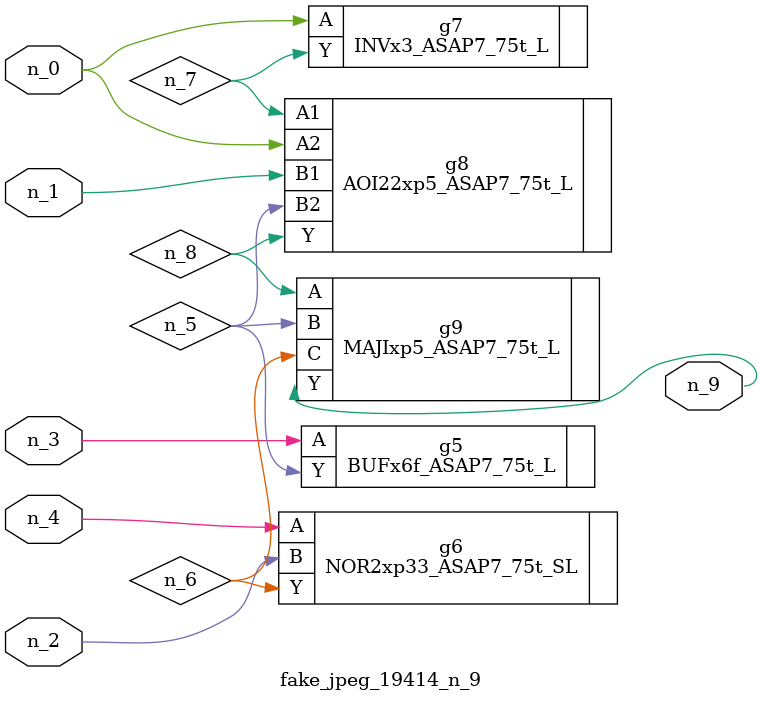
<source format=v>
module fake_jpeg_19414_n_9 (n_3, n_2, n_1, n_0, n_4, n_9);

input n_3;
input n_2;
input n_1;
input n_0;
input n_4;

output n_9;

wire n_8;
wire n_6;
wire n_5;
wire n_7;

BUFx6f_ASAP7_75t_L g5 ( 
.A(n_3),
.Y(n_5)
);

NOR2xp33_ASAP7_75t_SL g6 ( 
.A(n_4),
.B(n_2),
.Y(n_6)
);

INVx3_ASAP7_75t_L g7 ( 
.A(n_0),
.Y(n_7)
);

AOI22xp5_ASAP7_75t_L g8 ( 
.A1(n_7),
.A2(n_0),
.B1(n_1),
.B2(n_5),
.Y(n_8)
);

MAJIxp5_ASAP7_75t_L g9 ( 
.A(n_8),
.B(n_5),
.C(n_6),
.Y(n_9)
);


endmodule
</source>
